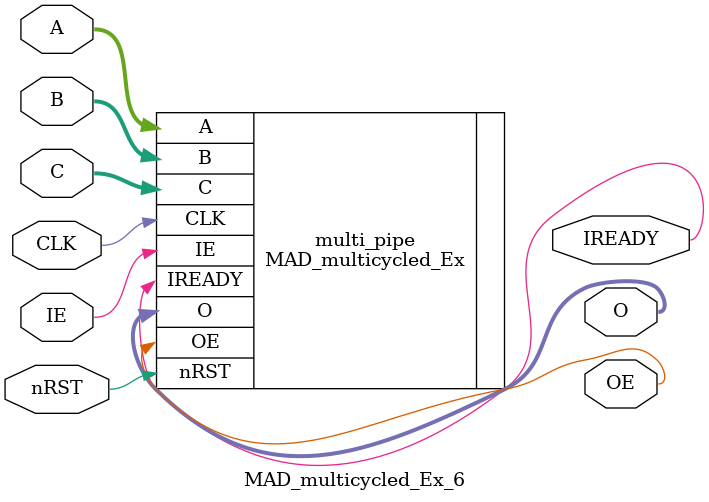
<source format=v>
`include "testdrive_system.vh"

module MAD_multicycled_Ex_6 (
	input					CLK,	// clock
	input					nRST,	// reset (active low)
	input					IE,		// input enable
	output					IREADY,	// input ready
	input	[63:0]			A,		// A
	input	[63:0]			B,		// B
	input	[63:0]			C,		// C
	output					OE,		// output enable
	output	[63:0]			O		// output
);

// definition & assignment ---------------------------------------------------

// implementation ------------------------------------------------------------
MAD_multicycled_Ex #(
	.CYCLE		(6),
	.COUNT		(1)
) multi_pipe (
	.CLK		(CLK),
	.nRST		(nRST),
	.IE			(IE),
	.IREADY		(IREADY),
	.A			(A),
	.B			(B),
	.C			(C),
	.OE			(OE),
	.O			(O)
);

endmodule

</source>
